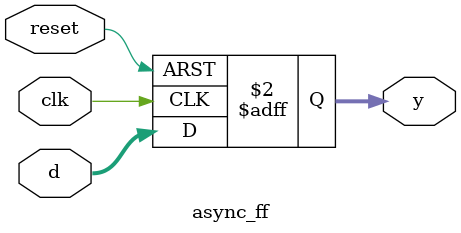
<source format=sv>
module async_ff #(parameter N=32)(clk,reset,y,d);
  input logic [N-1:0]d;
  input logic clk;
  input logic reset;
  output logic[N-1:0] y;
  always_ff@(posedge reset or posedge clk)
    begin
      if(reset)
        y<=0;
      else
        y<=d;
    end
endmodule
</source>
